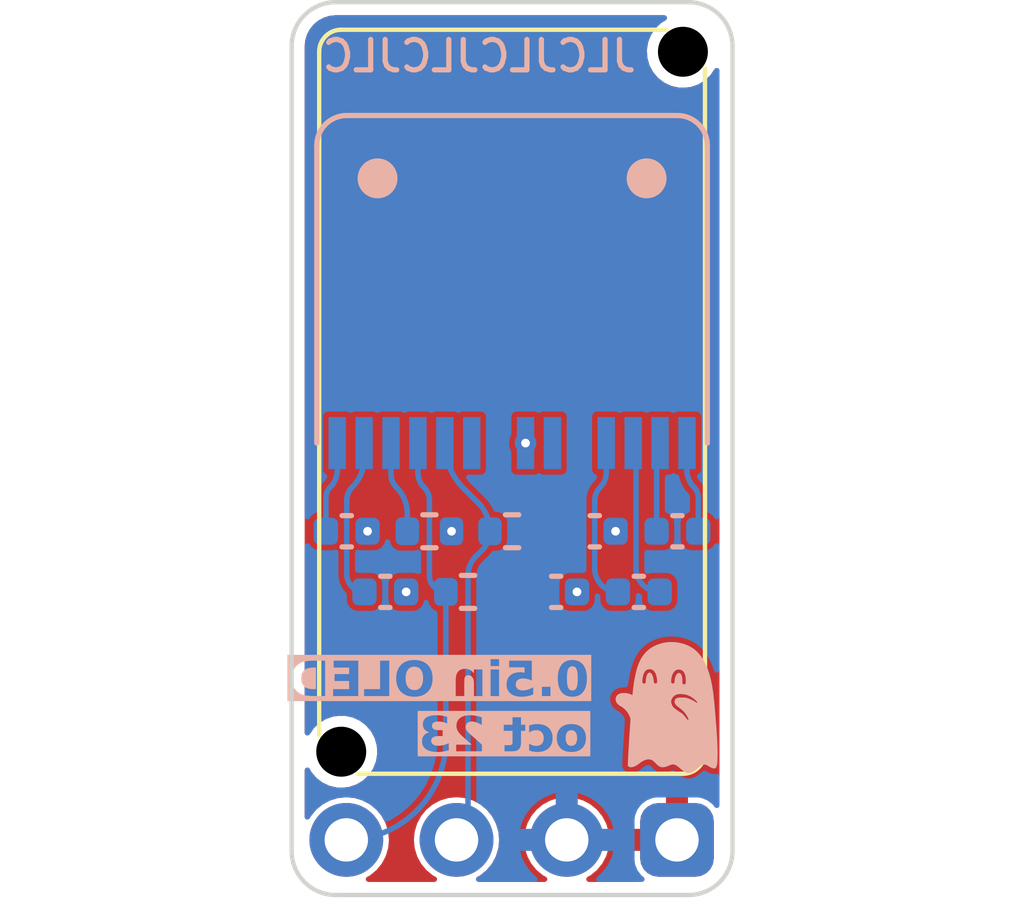
<source format=kicad_pcb>
(kicad_pcb (version 20221018) (generator pcbnew)
  (layers (0 "F.Cu" signal) (31 "B.Cu" signal) (34 "B.Paste" user) (35 "F.Paste" user) (36 "B.SilkS" user "B.Silkscreen") (37 "F.SilkS" user "F.Silkscreen") (38 "B.Mask" user) (39 "F.Mask" user) (44 "Edge.Cuts" user))
  (net 0 "")
  (net 1 "Net-(U1-C2N)")
  (net 2 "Net-(U1-C2P)")
  (net 3 "Net-(U1-C1N)")
  (net 4 "Net-(U1-C1P)")
  (net 5 "+3.3V")
  (net 6 "GND")
  (net 7 "Net-(U1-VPP)")
  (net 8 "Net-(U1-VCOMH)")
  (net 9 "SCL")
  (net 10 "SDA")
  (net 11 "Net-(U1-IREF)")
  (footprint "Pale Slim Ghost:hole JLCPCB tooling" (layer "F.Cu") (at 135.382 44.323)
    (fp_text reference "H2" hide)
    (fp_text value "hole JLCPCB tooling")
  )
  (footprint "Pale Slim Ghost:hole JLCPCB tooling" (layer "F.Cu") (at 127.508 60.452)
    (fp_text reference "H1" hide)
    (fp_text value "hole JLCPCB tooling")
  )
  (footprint "Capacitor_SMD:C_0402_1005Metric" (layer "B.Cu") (at 128.524 56.769)
    (fp_text reference "C5" hide)
    (fp_text value "4.7μ" hide)
  )
  (footprint "Capacitor_SMD:C_0402_1005Metric" (layer "B.Cu") (at 133.35 55.372)
    (fp_text reference "C6" hide)
    (fp_text value "4.7μ" hide)
  )
  (footprint "Capacitor_SMD:C_0402_1005Metric" (layer "B.Cu") (at 134.366 56.769)
    (fp_text reference "C2" hide)
    (fp_text value "220nF" hide)
  )
  (footprint "Connector_PinHeader_2.54mm:PinHeader_1x04_P2.54mm_Vertical" (layer "B.Cu") (at 135.245 62.484 90)
    (fp_text reference "J1" hide)
    (fp_text value "Conn_01x04" hide)
  )
  (footprint "Capacitor_SMD:C_0402_1005Metric" (layer "B.Cu") (at 135.255 55.372)
    (fp_text reference "C1" hide)
    (fp_text value "220nF" hide)
  )
  (footprint "Resistor_SMD:R_0402_1005Metric" (layer "B.Cu") (at 131.445 55.372 180)
    (fp_text reference "R2" hide)
    (fp_text value "4.7k" hide)
  )
  (footprint "Resistor_SMD:R_0402_1005Metric" (layer "B.Cu") (at 130.429 56.769 180)
    (fp_text reference "R3" hide)
    (fp_text value "4.7k" hide)
  )
  (footprint "Pale Slim Ghost:ER-OLED0.50-1" (layer "B.Cu") (at 131.445 53.34 180)
    (fp_text reference "U1" hide)
    (fp_text value "~" hide)
  )
  (footprint "Resistor_SMD:R_0402_1005Metric" (layer "B.Cu") (at 129.54 55.372 180)
    (fp_text reference "R1" hide)
    (fp_text value "310r" hide)
  )
  (footprint "Capacitor_SMD:C_0402_1005Metric" (layer "B.Cu") (at 127.635 55.372)
    (fp_text reference "C4" hide)
    (fp_text value "4.7μ" hide)
  )
  (footprint "Capacitor_SMD:C_0402_1005Metric" (layer "B.Cu") (at 132.461 56.769)
    (fp_text reference "C3" hide)
    (fp_text value "4.7μ" hide)
  )
  (gr_poly (pts (xy 135.053437 57.946913) (xy 134.97531 57.956138) (xy 134.936663 57.963316) (xy 134.89841 57.972212) (xy 134.860638 57.982831) (xy 134.823435 57.995179) (xy 134.786887 58.009262) (xy 134.751083 58.025086) (xy 134.716109 58.042656) (xy 134.682053 58.061978) (xy 134.649001 58.083058) (xy 134.617042 58.105901) (xy 134.578141 58.137761) (xy 134.542503 58.171894) (xy 134.509948 58.208127) (xy 134.480293 58.246289) (xy 134.453358 58.286206) (xy 134.428961 58.327705) (xy 134.406921 58.370616) (xy 134.387058 58.414764) (xy 134.369189 58.459978) (xy 134.353134 58.506085) (xy 134.338711 58.552912) (xy 134.325739 58.600288) (xy 134.314037 58.648039) (xy 134.303424 58.695993) (xy 134.284738 58.79182) (xy 134.277002 58.83671) (xy 134.27003 58.881736) (xy 134.263716 58.926872) (xy 134.257949 58.972091) (xy 134.247624 59.062669) (xy 134.238185 59.153254) (xy 134.23724 59.162169) (xy 134.23641 59.16951) (xy 134.235686 59.175413) (xy 134.235063 59.180018) (xy 134.234531 59.183462) (xy 134.234085 59.185884) (xy 134.233716 59.18742) (xy 134.233559 59.187899) (xy 134.233418 59.188209) (xy 134.233292 59.188366) (xy 134.233182 59.188389) (xy 134.233085 59.188293) (xy 134.233001 59.188097) (xy 134.232869 59.187472) (xy 134.232777 59.186651) (xy 134.232668 59.184171) (xy 134.229161 59.181106) (xy 134.218519 59.173084) (xy 134.210466 59.167764) (xy 134.200561 59.161865) (xy 134.188782 59.155605) (xy 134.175107 59.149206) (xy 134.159512 59.142887) (xy 134.141974 59.136867) (xy 134.122473 59.131368) (xy 134.100983 59.126608) (xy 134.077484 59.122807) (xy 134.051953 59.120186) (xy 134.024366 59.118964) (xy 133.994702 59.119361) (xy 133.979737 59.120475) (xy 133.965559 59.122508) (xy 133.952174 59.125411) (xy 133.93959 59.129138) (xy 133.927815 59.133643) (xy 133.916857 59.138877) (xy 133.906723 59.144795) (xy 133.897421 59.151349) (xy 133.888958 59.158492) (xy 133.881342 59.166177) (xy 133.874581 59.174358) (xy 133.868682 59.182988) (xy 133.863653 59.192019) (xy 133.859501 59.201405) (xy 133.856234 59.211098) (xy 133.853861 59.221053) (xy 133.852387 59.231221) (xy 133.851822 59.241556) (xy 133.852172 59.252011) (xy 133.853445 59.262539) (xy 133.855649 59.273093) (xy 133.858792 59.283626) (xy 133.86288 59.294092) (xy 133.867922 59.304443) (xy 133.873926 59.314632) (xy 133.880898 59.324612) (xy 133.888847 59.334338) (xy 133.89778 59.34376) (xy 133.907705 59.352834) (xy 133.918629 59.361511) (xy 133.93056 59.369745) (xy 133.943505 59.377488) (xy 133.967435 59.391584) (xy 133.990497 59.406754) (xy 134.012641 59.422945) (xy 134.033816 59.440103) (xy 134.053973 59.458172) (xy 134.073061 59.4771) (xy 134.09103 59.496831) (xy 134.10783 59.517312) (xy 134.123411 59.538489) (xy 134.137723 59.560307) (xy 134.150716 59.582713) (xy 134.162339 59.605652) (xy 134.172542 59.62907) (xy 134.181275 59.652912) (xy 134.188489 59.677126) (xy 134.194132 59.701656) (xy 134.16883 60.078695) (xy 134.147871 60.420387) (xy 134.134911 60.669612) (xy 134.132574 60.741699) (xy 134.132641 60.761488) (xy 134.133608 60.76925) (xy 134.138764 60.773971) (xy 134.144231 60.778024) (xy 134.149986 60.781436) (xy 134.156009 60.784233) (xy 134.162277 60.786443) (xy 134.168769 60.788091) (xy 134.175464 60.789206) (xy 134.182339 60.789812) (xy 134.189373 60.789938) (xy 134.196545 60.789609) (xy 134.203832 60.788853) (xy 134.211214 60.787696) (xy 134.218667 60.786165) (xy 134.226172 60.784286) (xy 134.241246 60.779593) (xy 134.256263 60.773831) (xy 134.271049 60.767214) (xy 134.285432 60.759954) (xy 134.299237 60.752267) (xy 134.312292 60.744364) (xy 134.324424 60.736461) (xy 134.335458 60.72877) (xy 134.345222 60.721506) (xy 134.374952 60.698982) (xy 134.407753 60.67583) (xy 134.425203 60.664538) (xy 134.443297 60.653712) (xy 134.461995 60.643561) (xy 134.481256 60.634292) (xy 134.501038 60.626113) (xy 134.5213 60.619233) (xy 134.542001 60.613858) (xy 134.552504 60.6118) (xy 134.563101 60.610197) (xy 134.573787 60.609074) (xy 134.584557 60.608458) (xy 134.595406 60.608374) (xy 134.606329 60.608848) (xy 134.617321 60.609907) (xy 134.628376 60.611576) (xy 134.63949 60.613882) (xy 134.650657 60.61685) (xy 134.660712 60.620217) (xy 134.670388 60.62422) (xy 134.679713 60.62881) (xy 134.688717 60.633934) (xy 134.697429 60.639543) (xy 134.705877 60.645586) (xy 134.71409 60.652013) (xy 134.722097 60.658773) (xy 134.73761 60.673091) (xy 134.752645 60.688135) (xy 134.782211 60.718787) (xy 134.797204 60.733587) (xy 134.812644 60.747497) (xy 134.820604 60.753992) (xy 134.828763 60.760113) (xy 134.83715 60.76581) (xy 134.845793 60.771032) (xy 134.854721 60.775728) (xy 134.863964 60.779849) (xy 134.87355 60.783343) (xy 134.883507 60.78616) (xy 134.893866 60.78825) (xy 134.904654 60.789562) (xy 134.915901 60.790045) (xy 134.927636 60.789649) (xy 134.940098 60.788459) (xy 134.952121 60.786722) (xy 134.963735 60.784494) (xy 134.974971 60.781833) (xy 134.985859 60.778797) (xy 134.996429 60.775442) (xy 135.016735 60.768007) (xy 135.054861 60.75184) (xy 135.073164 60.744026) (xy 135.091283 60.737004) (xy 135.109458 60.731231) (xy 135.118643 60.728957) (xy 135.127933 60.727168) (xy 135.137358 60.72592) (xy 135.146948 60.725272) (xy 135.156734 60.72528) (xy 135.166745 60.726003) (xy 135.177013 60.727496) (xy 135.187566 60.729819) (xy 135.198437 60.733027) (xy 135.209653 60.737179) (xy 135.221247 60.742332) (xy 135.233247 60.748543) (xy 135.245685 60.755869) (xy 135.25859 60.764368) (xy 135.281944 60.78141) (xy 135.304265 60.799104) (xy 135.346648 60.834797) (xy 135.367127 60.851973) (xy 135.387411 60.868152) (xy 135.407707 60.882922) (xy 135.428225 60.895872) (xy 135.438632 60.901536) (xy 135.449173 60.90659) (xy 135.459874 60.910983) (xy 135.470761 60.914663) (xy 135.48186 60.91758) (xy 135.493198 60.91968) (xy 135.504799 60.920914) (xy 135.516692 60.921229) (xy 135.528901 60.920574) (xy 135.541452 60.918897) (xy 135.554373 60.916148) (xy 135.567688 60.912274) (xy 135.581425 60.907224) (xy 135.595608 60.900946) (xy 135.610265 60.893389) (xy 135.625422 60.884502) (xy 135.635094 60.878256) (xy 135.644482 60.871733) (xy 135.662508 60.858006) (xy 135.679702 60.843624) (xy 135.696266 60.828889) (xy 135.728317 60.799568) (xy 135.744208 60.785588) (xy 135.76028 60.772464) (xy 135.776735 60.7605) (xy 135.78517 60.755046) (xy 135.793776 60.749996) (xy 135.802579 60.745387) (xy 135.811605 60.741257) (xy 135.820879 60.737643) (xy 135.830425 60.734584) (xy 135.84027 60.732117) (xy 135.850439 60.730279) (xy 135.860956 60.72911) (xy 135.871848 60.728646) (xy 135.883139 60.728926) (xy 135.894856 60.729986) (xy 135.907023 60.731866) (xy 135.919665 60.734602) (xy 135.923652 60.735808) (xy 135.92814 60.737556) (xy 135.938488 60.742486) (xy 135.950434 60.749014) (xy 135.963708 60.75676) (xy 135.993148 60.774387) (xy 136.008769 60.783508) (xy 136.024628 60.792328) (xy 136.040453 60.800467) (xy 136.055971 60.807545) (xy 136.07091 60.813183) (xy 136.078078 60.815343) (xy 136.084998 60.817001) (xy 136.091638 60.818109) (xy 136.097962 60.818619) (xy 136.103938 60.818484) (xy 136.10953 60.817657) (xy 136.114706 60.81609) (xy 136.11943 60.813736) (xy 136.123669 60.810547) (xy 136.127389 60.806476) (xy 136.13783 60.785503) (xy 136.146202 60.753116) (xy 136.152596 60.709935) (xy 136.157103 60.656574) (xy 136.160811 60.521787) (xy 136.158048 60.353692) (xy 136.149532 60.157226) (xy 136.135984 59.937328) (xy 136.096671 59.446981) (xy 136.083923 59.310519) (xy 135.741319 59.310519) (xy 135.699239 59.355598) (xy 135.694178 59.350533) (xy 135.688249 59.34516) (xy 135.681504 59.339519) (xy 135.673993 59.333654) (xy 135.665769 59.327606) (xy 135.656884 59.321416) (xy 135.637335 59.308781) (xy 135.61576 59.296084) (xy 135.592572 59.283659) (xy 135.580503 59.277653) (xy 135.568186 59.271841) (xy 135.555672 59.266265) (xy 135.543014 59.260966) (xy 135.499746 59.243507) (xy 135.490244 59.240077) (xy 135.480761 59.236999) (xy 135.471044 59.234263) (xy 135.46084 59.23186) (xy 135.449896 59.229778) (xy 135.437958 59.228008) (xy 135.424773 59.226538) (xy 135.410088 59.225359) (xy 135.393649 59.22446) (xy 135.375203 59.223831) (xy 135.331278 59.22334) (xy 135.319404 59.223529) (xy 135.308326 59.224082) (xy 135.298015 59.224979) (xy 135.288445 59.226201) (xy 135.279587 59.227726) (xy 135.271415 59.229535) (xy 135.263901 59.231608) (xy 135.257018 59.233925) (xy 135.250737 59.236466) (xy 135.245033 59.239211) (xy 135.239876 59.242139) (xy 135.235241 59.245231) (xy 135.231099 59.248466) (xy 135.227423 59.251825) (xy 135.224186 59.255287) (xy 135.221359 59.258832) (xy 135.218917 59.262441) (xy 135.216831 59.266093) (xy 135.215074 59.269768) (xy 135.213618 59.273446) (xy 135.212436 59.277107) (xy 135.211501 59.280731) (xy 135.210785 59.284298) (xy 135.210261 59.287788) (xy 135.209679 59.294456) (xy 135.209535 59.300574) (xy 135.209683 59.310519) (xy 135.209773 59.312598) (xy 135.210039 59.31478) (xy 135.210476 59.317059) (xy 135.211076 59.319427) (xy 135.212741 59.3244) (xy 135.214983 59.329642) (xy 135.217751 59.335095) (xy 135.220993 59.3407) (xy 135.224658 59.346398) (xy 135.228695 59.352133) (xy 135.233052 59.357844) (xy 135.237678 59.363474) (xy 135.242522 59.368965) (xy 135.247532 59.374259) (xy 135.252657 59.379296) (xy 135.257846 59.384019) (xy 135.263048 59.388369) (xy 135.26821 59.392288) (xy 135.287737 59.406284) (xy 135.297589 59.413462) (xy 135.308231 59.421412) (xy 135.320209 59.430625) (xy 135.334072 59.441592) (xy 135.350366 59.454801) (xy 135.369639 59.470745) (xy 135.379831 59.479475) (xy 135.389474 59.488182) (xy 135.398593 59.496847) (xy 135.407211 59.50545) (xy 135.415351 59.513974) (xy 135.423037 59.522399) (xy 135.430292 59.530708) (xy 135.43714 59.538881) (xy 135.443602 59.546901) (xy 135.449704 59.554748) (xy 135.460919 59.56985) (xy 135.470969 59.58404) (xy 135.480043 59.597169) (xy 135.485991 59.606309) (xy 135.492308 59.616998) (xy 135.498993 59.629236) (xy 135.506046 59.643022) (xy 135.513468 59.658357) (xy 135.521257 59.67524) (xy 135.529415 59.693673) (xy 135.537941 59.713654) (xy 135.485577 59.747128) (xy 135.451241 59.703289) (xy 135.415595 59.658122) (xy 135.402787 59.642128) (xy 135.391192 59.628224) (xy 135.385664 59.621915) (xy 135.380216 59.615963) (xy 135.374773 59.610309) (xy 135.369263 59.604899) (xy 135.363609 59.599677) (xy 135.357738 59.594588) (xy 135.351575 59.589575) (xy 135.345046 59.584582) (xy 135.338077 59.579555) (xy 135.330593 59.574437) (xy 135.322521 59.569172) (xy 135.313784 59.563706) (xy 135.295046 59.552003) (xy 135.275437 59.539348) (xy 135.25531 59.525904) (xy 135.235017 59.511834) (xy 135.214908 59.4973) (xy 135.195337 59.482466) (xy 135.176655 59.467493) (xy 135.159214 59.452546) (xy 135.155096 59.448714) (xy 135.151095 59.444669) (xy 135.143446 59.436) (xy 135.136274 59.426658) (xy 135.129588 59.416761) (xy 135.123394 59.406429) (xy 135.117699 59.395781) (xy 135.112512 59.384936) (xy 135.10784 59.374013) (xy 135.103689 59.363131) (xy 135.100068 59.35241) (xy 135.096983 59.341968) (xy 135.094443 59.331925) (xy 135.092454 59.3224) (xy 135.091025 59.313512) (xy 135.090161 59.30538) (xy 135.089872 59.298123) (xy 135.090154 59.29096) (xy 135.091014 59.283087) (xy 135.092471 59.274586) (xy 135.094545 59.265544) (xy 135.097255 59.256043) (xy 135.100623 59.246169) (xy 135.104666 59.236006) (xy 135.109406 59.225638) (xy 135.114862 59.215149) (xy 135.121053 59.204624) (xy 135.128 59.194147) (xy 135.135722 59.183802) (xy 135.144239 59.173674) (xy 135.15357 59.163848) (xy 135.163737 59.154406) (xy 135.169139 59.149856) (xy 135.174757 59.145434) (xy 135.183902 59.138929) (xy 135.193257 59.133107) (xy 135.202763 59.127932) (xy 135.212363 59.123367) (xy 135.221999 59.119377) (xy 135.231612 59.115924) (xy 135.241145 59.112973) (xy 135.250541 59.110487) (xy 135.25974 59.10843) (xy 135.268685 59.106765) (xy 135.277319 59.105456) (xy 135.285583 59.104466) (xy 135.29342 59.10376) (xy 135.300771 59.1033) (xy 135.313784 59.102976) (xy 135.335173 59.10323) (xy 135.355142 59.103973) (xy 135.373794 59.105176) (xy 135.391232 59.106813) (xy 135.407558 59.108856) (xy 135.422874 59.111276) (xy 135.437283 59.114047) (xy 135.450887 59.117139) (xy 135.463788 59.120526) (xy 135.476088 59.124179) (xy 135.487891 59.12807) (xy 135.499298 59.132173) (xy 135.521333 59.1409) (xy 135.543014 59.150136) (xy 135.554346 59.155476) (xy 135.566472 59.161998) (xy 135.579253 59.169583) (xy 135.592548 59.178112) (xy 135.606217 59.187465) (xy 135.620122 59.197522) (xy 135.634122 59.208163) (xy 135.648076 59.21927) (xy 135.661847 59.230722) (xy 135.675292 59.242401) (xy 135.688273 59.254185) (xy 135.70065 59.265957) (xy 135.712283 59.277595) (xy 135.723032 59.288982) (xy 135.732757 59.299996) (xy 135.741319 59.310519) (xy 136.083923 59.310519) (xy 136.082231 59.292412) (xy 136.064259 59.131737) (xy 136.053202 59.050125) (xy 136.040367 58.968203) (xy 136.025455 58.886379) (xy 136.011575 58.821082) (xy 135.468034 58.821082) (xy 135.467498 58.843335) (xy 135.466309 58.865576) (xy 135.466025 58.868627) (xy 135.465592 58.871628) (xy 135.465014 58.874575) (xy 135.464294 58.877465) (xy 135.463436 58.880294) (xy 135.462445 58.883058) (xy 135.461325 58.885755) (xy 135.460079 58.88838) (xy 135.458712 58.890931) (xy 135.457227 58.893403) (xy 135.455629 58.895794) (xy 135.453921 58.8981) (xy 135.452108 58.900316) (xy 135.450193 58.902441) (xy 135.448181 58.90447) (xy 135.446075 58.9064) (xy 135.443879 58.908227) (xy 135.441598 58.909949) (xy 135.439235 58.91156) (xy 135.436794 58.913059) (xy 135.43428 58.914441) (xy 135.431696 58.915703) (xy 135.429046 58.916842) (xy 135.426335 58.917853) (xy 135.423566 58.918735) (xy 135.420743 58.919482) (xy 135.41787 58.920092) (xy 135.414952 58.920561) (xy 135.411992 58.920886) (xy 135.408994 58.921063) (xy 135.405962 58.921088) (xy 135.4029 58.920959) (xy 135.399849 58.920675) (xy 135.396848 58.920242) (xy 135.393901 58.919663) (xy 135.391011 58.918943) (xy 135.388183 58.918086) (xy 135.385418 58.917095) (xy 135.382721 58.915975) (xy 135.380096 58.914729) (xy 135.377545 58.913362) (xy 135.375073 58.911877) (xy 135.372682 58.910279) (xy 135.370377 58.908571) (xy 135.36816 58.906758) (xy 135.366035 58.904843) (xy 135.364006 58.902831) (xy 135.362076 58.900725) (xy 135.360249 58.898529) (xy 135.358528 58.896248) (xy 135.356916 58.893885) (xy 135.355418 58.891444) (xy 135.354035 58.88893) (xy 135.352773 58.886346) (xy 135.351635 58.883696) (xy 135.350623 58.880985) (xy 135.349742 58.878216) (xy 135.348994 58.875393) (xy 135.348384 58.87252) (xy 135.347915 58.869602) (xy 135.347591 58.866642) (xy 135.347414 58.863644) (xy 135.347388 58.860612) (xy 135.347517 58.85755) (xy 135.348578 58.83725) (xy 135.348986 58.817604) (xy 135.348753 58.798695) (xy 135.347892 58.780606) (xy 135.346416 58.76342) (xy 135.345451 58.755192) (xy 135.344336 58.747221) (xy 135.343075 58.739517) (xy 135.341667 58.732091) (xy 135.340114 58.724954) (xy 135.338419 58.718115) (xy 135.336582 58.711584) (xy 135.334606 58.705374) (xy 135.332491 58.699493) (xy 135.33024 58.693952) (xy 135.327854 58.688762) (xy 135.325334 58.683932) (xy 135.322683 58.679474) (xy 135.319901 58.675398) (xy 135.31699 58.671714) (xy 135.313952 58.668432) (xy 135.310788 58.665564) (xy 135.307501 58.663118) (xy 135.304091 58.661107) (xy 135.30056 58.659539) (xy 135.296909 58.658426) (xy 135.293141 58.657778) (xy 135.289195 58.657635) (xy 135.285255 58.658046) (xy 135.281329 58.658994) (xy 135.277425 58.66046) (xy 135.273551 58.662427) (xy 135.269714 58.664879) (xy 135.265922 58.667797) (xy 135.262183 58.671165) (xy 135.254896 58.679178) (xy 135.247915 58.688779) (xy 135.241302 58.699829) (xy 135.23512 58.71219) (xy 135.229432 58.725721) (xy 135.224299 58.740283) (xy 135.219784 58.755738) (xy 135.21595 58.771946) (xy 135.21286 58.788768) (xy 135.210575 58.806065) (xy 135.209158 58.823698) (xy 135.208672 58.841527) (xy 135.208594 58.84459) (xy 135.208364 58.847614) (xy 135.207986 58.850593) (xy 135.207462 58.853525) (xy 135.206798 58.856405) (xy 135.205995 58.85923) (xy 135.205059 58.861996) (xy 135.203994 58.864699) (xy 135.202801 58.867336) (xy 135.201487 58.869903) (xy 135.200053 58.872396) (xy 135.198505 58.874811) (xy 135.196845 58.877145) (xy 135.195078 58.879394) (xy 135.193207 58.881554) (xy 135.191235 58.883622) (xy 135.189168 58.885593) (xy 135.187008 58.887464) (xy 135.184759 58.889231) (xy 135.182425 58.890891) (xy 135.18001 58.89244) (xy 135.177517 58.893873) (xy 135.17495 58.895188) (xy 135.172313 58.89638) (xy 135.169609 58.897446) (xy 135.166843 58.898382) (xy 135.164018 58.899184) (xy 135.161138 58.899849) (xy 135.158207 58.900372) (xy 135.155227 58.900751) (xy 135.152204 58.900981) (xy 135.149141 58.901058) (xy 135.146077 58.900981) (xy 135.143054 58.900751) (xy 135.140075 58.900372) (xy 135.137143 58.899849) (xy 135.134263 58.899184) (xy 135.131438 58.898382) (xy 135.128672 58.897446) (xy 135.125968 58.89638) (xy 135.123331 58.895188) (xy 135.120764 58.893873) (xy 135.118271 58.89244) (xy 135.115856 58.890891) (xy 135.113522 58.889231) (xy 135.111273 58.887464) (xy 135.109113 58.885593) (xy 135.107046 58.883622) (xy 135.105074 58.881554) (xy 135.103203 58.879394) (xy 135.101436 58.877145) (xy 135.099776 58.874811) (xy 135.098228 58.872396) (xy 135.096794 58.869903) (xy 135.09548 58.867336) (xy 135.094287 58.864699) (xy 135.093222 58.861996) (xy 135.092286 58.85923) (xy 135.091483 58.856405) (xy 135.090819 58.853525) (xy 135.090295 58.850593) (xy 135.089917 58.847614) (xy 135.089687 58.84459) (xy 135.089609 58.841527) (xy 135.089651 58.840059) (xy 134.809405 58.840059) (xy 134.809346 58.84309) (xy 134.809136 58.846086) (xy 134.808778 58.849043) (xy 134.808277 58.851956) (xy 134.807635 58.854821) (xy 134.806856 58.857636) (xy 134.805945 58.860395) (xy 134.804903 58.863095) (xy 134.803735 58.865732) (xy 134.802444 58.868302) (xy 134.801034 58.8708) (xy 134.799509 58.873224) (xy 134.797871 58.875569) (xy 134.796124 58.877831) (xy 134.794273 58.880006) (xy 134.79232 58.882091) (xy 134.790269 58.884081) (xy 134.788123 58.885972) (xy 134.785886 58.887761) (xy 134.783562 58.889443) (xy 134.781154 58.891014) (xy 134.778665 58.892471) (xy 134.776099 58.89381) (xy 134.77346 58.895027) (xy 134.770751 58.896117) (xy 134.767976 58.897077) (xy 134.765138 58.897903) (xy 134.76224 58.898591) (xy 134.759287 58.899137) (xy 134.756282 58.899537) (xy 134.753227 58.899787) (xy 134.750164 58.899882) (xy 134.747133 58.899823) (xy 134.744137 58.899613) (xy 134.741181 58.899255) (xy 134.738268 58.898754) (xy 134.735402 58.898112) (xy 134.732587 58.897333) (xy 134.729828 58.896421) (xy 134.727128 58.89538) (xy 134.724491 58.894212) (xy 134.721922 58.892921) (xy 134.719423 58.891511) (xy 134.716999 58.889985) (xy 134.714654 58.888348) (xy 134.712392 58.886601) (xy 134.710217 58.88475) (xy 134.708132 58.882797) (xy 134.706142 58.880745) (xy 134.704251 58.8786) (xy 134.702463 58.876363) (xy 134.700781 58.874039) (xy 134.699209 58.87163) (xy 134.697752 58.869142) (xy 134.696413 58.866576) (xy 134.695196 58.863937) (xy 134.694106 58.861228) (xy 134.693146 58.858453) (xy 134.69232 58.855614) (xy 134.691632 58.852717) (xy 134.691086 58.849764) (xy 134.690686 58.846758) (xy 134.690436 58.843704) (xy 134.689759 58.833234) (xy 134.688921 58.822948) (xy 134.687927 58.812856) (xy 134.686781 58.802969) (xy 134.685486 58.793296) (xy 134.684047 58.783847) (xy 134.682468 58.774632) (xy 134.680753 58.765661) (xy 134.678905 58.756945) (xy 134.676929 58.748493) (xy 134.674828 58.740315) (xy 134.672608 58.732421) (xy 134.670271 58.724821) (xy 134.667822 58.717526) (xy 134.665265 58.710544) (xy 134.662603 58.703887) (xy 134.659841 58.697564) (xy 134.656984 58.691584) (xy 134.654033 58.685959) (xy 134.650995 58.680698) (xy 134.647873 58.675812) (xy 134.64467 58.671309) (xy 134.641392 58.6672) (xy 134.638041 58.663495) (xy 134.634622 58.660205) (xy 134.631139 58.657338) (xy 134.627596 58.654906) (xy 134.623996 58.652917) (xy 134.620345 58.651383) (xy 134.616645 58.650312) (xy 134.612902 58.649716) (xy 134.609118 58.649603) (xy 134.605898 58.650023) (xy 134.602701 58.651043) (xy 134.599533 58.652637) (xy 134.596399 58.654782) (xy 134.593305 58.657455) (xy 134.590257 58.66063) (xy 134.584323 58.668395) (xy 134.578642 58.677884) (xy 134.57326 58.688906) (xy 134.568223 58.701269) (xy 134.563578 58.714781) (xy 134.55937 58.729251) (xy 134.555647 58.744486) (xy 134.552453 58.760294) (xy 134.549835 58.776485) (xy 134.547839 58.792866) (xy 134.546511 58.809245) (xy 134.545898 58.825431) (xy 134.546045 58.841231) (xy 134.546075 58.844295) (xy 134.54595 58.847324) (xy 134.545676 58.850315) (xy 134.545255 58.853263) (xy 134.544691 58.856165) (xy 134.543988 58.859016) (xy 134.543149 58.861813) (xy 134.542178 58.864552) (xy 134.541079 58.867229) (xy 134.539855 58.86984) (xy 134.538509 58.872382) (xy 134.537046 58.87485) (xy 134.535469 58.87724) (xy 134.533781 58.879549) (xy 134.531986 58.881773) (xy 134.530088 58.883909) (xy 134.528091 58.885951) (xy 134.525998 58.887896) (xy 134.523812 58.889741) (xy 134.521537 58.891481) (xy 134.519177 58.893113) (xy 134.516736 58.894632) (xy 134.514216 58.896036) (xy 134.511623 58.897319) (xy 134.508958 58.898479) (xy 134.506226 58.899511) (xy 134.503431 58.900411) (xy 134.500576 58.901176) (xy 134.497664 58.901801) (xy 134.4947 58.902284) (xy 134.491687 58.902619) (xy 134.488628 58.902803) (xy 134.485563 58.902833) (xy 134.482534 58.902709) (xy 134.479543 58.902434) (xy 134.476595 58.902013) (xy 134.473694 58.901449) (xy 134.470842 58.900746) (xy 134.468045 58.899907) (xy 134.465306 58.898937) (xy 134.462629 58.897837) (xy 134.460018 58.896613) (xy 134.457477 58.895267) (xy 134.455009 58.893804) (xy 134.452618 58.892227) (xy 134.450309 58.890539) (xy 134.448085 58.888745) (xy 134.44595 58.886847) (xy 134.443908 58.884849) (xy 134.441962 58.882756) (xy 134.440118 58.88057) (xy 134.438377 58.878295) (xy 134.436746 58.875935) (xy 134.435226 58.873494) (xy 134.433823 58.870975) (xy 134.432539 58.868381) (xy 134.43138 58.865716) (xy 134.430348 58.862985) (xy 134.429447 58.860189) (xy 134.428682 58.857334) (xy 134.428057 58.854423) (xy 134.427575 58.851458) (xy 134.427239 58.848445) (xy 134.427055 58.845386) (xy 134.426909 58.828724) (xy 134.427563 58.810233) (xy 134.429019 58.790333) (xy 134.431279 58.769446) (xy 134.434344 58.747992) (xy 134.438218 58.726392) (xy 134.442903 58.705068) (xy 134.44555 58.69464) (xy 134.4484 58.684439) (xy 134.453629 58.66787) (xy 134.459403 58.652034) (xy 134.465737 58.636972) (xy 134.472643 58.622727) (xy 134.480135 58.60934) (xy 134.488226 58.596852) (xy 134.492499 58.590959) (xy 134.496928 58.585306) (xy 134.501513 58.579898) (xy 134.506255 58.574742) (xy 134.511158 58.569842) (xy 134.516221 58.565203) (xy 134.521447 58.560831) (xy 134.526838 58.55673) (xy 134.532395 58.552906) (xy 134.53812 58.549365) (xy 134.544015 58.546111) (xy 134.55008 58.543149) (xy 134.556318 58.540485) (xy 134.562731 58.538124) (xy 134.56932 58.536072) (xy 134.576087 58.534332) (xy 134.583032 58.532912) (xy 134.590159 58.531815) (xy 134.597469 58.531047) (xy 134.604963 58.530613) (xy 134.617661 58.530571) (xy 134.629887 58.531336) (xy 134.641649 58.532889) (xy 134.652953 58.535212) (xy 134.663805 58.538286) (xy 134.674211 58.542093) (xy 134.684178 58.546613) (xy 134.693712 58.551828) (xy 134.70282 58.557719) (xy 134.711508 58.564268) (xy 134.719782 58.571457) (xy 134.727649 58.579265) (xy 134.735115 58.587676) (xy 134.742187 58.596669) (xy 134.755173 58.616331) (xy 134.766657 58.638101) (xy 134.776692 58.661831) (xy 134.785327 58.687371) (xy 134.792615 58.714571) (xy 134.798606 58.743283) (xy 134.803351 58.773357) (xy 134.806902 58.804645) (xy 134.80931 58.836996) (xy 134.809405 58.840059) (xy 135.089651 58.840059) (xy 135.09046 58.811877) (xy 135.093011 58.782461) (xy 135.094924 58.767921) (xy 135.09726 58.753536) (xy 135.100021 58.739339) (xy 135.103205 58.72536) (xy 135.106812 58.711634) (xy 135.110842 58.698191) (xy 135.115295 58.685065) (xy 135.12017 58.672286) (xy 135.125467 58.659888) (xy 135.131186 58.647902) (xy 135.137326 58.636362) (xy 135.143887 58.625298) (xy 135.150869 58.614743) (xy 135.158272 58.604729) (xy 135.166095 58.595289) (xy 135.174338 58.586455) (xy 135.183 58.578258) (xy 135.192082 58.570732) (xy 135.201583 58.563908) (xy 135.211502 58.557818) (xy 135.22184 58.552495) (xy 135.232596 58.54797) (xy 135.24377 58.544277) (xy 135.255361 58.541447) (xy 135.26737 58.539512) (xy 135.279795 58.538504) (xy 135.292637 58.538456) (xy 135.305895 58.539401) (xy 135.313323 58.540358) (xy 135.320562 58.541607) (xy 135.327611 58.543142) (xy 135.334472 58.54496) (xy 135.341147 58.547056) (xy 135.347636 58.549425) (xy 135.353941 58.552064) (xy 135.360062 58.554968) (xy 135.366 58.558132) (xy 135.371758 58.561552) (xy 135.377335 58.565225) (xy 135.382734 58.569144) (xy 135.387954 58.573307) (xy 135.392998 58.577709) (xy 135.402559 58.587211) (xy 135.411426 58.597615) (xy 135.419607 58.608887) (xy 135.427112 58.620992) (xy 135.43395 58.633895) (xy 135.440128 58.647561) (xy 135.445657 58.661955) (xy 135.450544 58.677042) (xy 135.454799 58.692787) (xy 135.457123 58.702844) (xy 135.459205 58.713056) (xy 135.461051 58.723413) (xy 135.462666 58.733901) (xy 135.465231 58.755225) (xy 135.466949 58.776928) (xy 135.467866 58.798913) (xy 135.468034 58.821082) (xy 136.011575 58.821082) (xy 136.008168 58.805056) (xy 135.988208 58.724641) (xy 135.965276 58.645539) (xy 135.939074 58.568157) (xy 135.909304 58.4929) (xy 135.875667 58.420173) (xy 135.837865 58.350383) (xy 135.795599 58.283934) (xy 135.748572 58.221233) (xy 135.723339 58.192068) (xy 135.696579 58.164495) (xy 135.668381 58.138519) (xy 135.638831 58.114147) (xy 135.608016 58.091384) (xy 135.576025 58.070235) (xy 135.542944 58.050708) (xy 135.508861 58.032806) (xy 135.473862 58.016536) (xy 135.438036 58.001904) (xy 135.401469 57.988915) (xy 135.364248 57.977576) (xy 135.288196 57.959867) (xy 135.210578 57.948823) (xy 135.132092 57.94449)) (stroke (width 0.039687)) (fill solid) (layer "B.Cu"))
  (gr_poly (pts (xy 135.053437 57.946913) (xy 134.97531 57.956138) (xy 134.936663 57.963316) (xy 134.89841 57.972212) (xy 134.860638 57.982831) (xy 134.823435 57.995179) (xy 134.786887 58.009262) (xy 134.751083 58.025086) (xy 134.716109 58.042656) (xy 134.682053 58.061978) (xy 134.649001 58.083058) (xy 134.617042 58.105901) (xy 134.578141 58.137761) (xy 134.542503 58.171894) (xy 134.509948 58.208127) (xy 134.480293 58.246289) (xy 134.453358 58.286206) (xy 134.428961 58.327705) (xy 134.406921 58.370616) (xy 134.387058 58.414764) (xy 134.369189 58.459978) (xy 134.353134 58.506085) (xy 134.338711 58.552912) (xy 134.325739 58.600288) (xy 134.314037 58.648039) (xy 134.303424 58.695993) (xy 134.284738 58.79182) (xy 134.277002 58.83671) (xy 134.27003 58.881736) (xy 134.263716 58.926872) (xy 134.257949 58.972091) (xy 134.247624 59.062669) (xy 134.238185 59.153254) (xy 134.23724 59.162169) (xy 134.23641 59.16951) (xy 134.235686 59.175413) (xy 134.235063 59.180018) (xy 134.234531 59.183462) (xy 134.234085 59.185884) (xy 134.233716 59.18742) (xy 134.233559 59.187899) (xy 134.233418 59.188209) (xy 134.233292 59.188366) (xy 134.233182 59.188389) (xy 134.233085 59.188293) (xy 134.233001 59.188097) (xy 134.232869 59.187472) (xy 134.232777 59.186651) (xy 134.232668 59.184171) (xy 134.229161 59.181106) (xy 134.218519 59.173084) (xy 134.210466 59.167764) (xy 134.200561 59.161865) (xy 134.188782 59.155605) (xy 134.175107 59.149206) (xy 134.159512 59.142887) (xy 134.141974 59.136867) (xy 134.122473 59.131368) (xy 134.100983 59.126608) (xy 134.077484 59.122807) (xy 134.051953 59.120186) (xy 134.024366 59.118964) (xy 133.994702 59.119361) (xy 133.979737 59.120475) (xy 133.965559 59.122508) (xy 133.952174 59.125411) (xy 133.93959 59.129138) (xy 133.927815 59.133643) (xy 133.916857 59.138877) (xy 133.906723 59.144795) (xy 133.897421 59.151349) (xy 133.888958 59.158492) (xy 133.881342 59.166177) (xy 133.874581 59.174358) (xy 133.868682 59.182988) (xy 133.863653 59.192019) (xy 133.859501 59.201405) (xy 133.856234 59.211098) (xy 133.853861 59.221053) (xy 133.852387 59.231221) (xy 133.851822 59.241556) (xy 133.852172 59.252011) (xy 133.853445 59.262539) (xy 133.855649 59.273093) (xy 133.858792 59.283626) (xy 133.86288 59.294092) (xy 133.867922 59.304443) (xy 133.873926 59.314632) (xy 133.880898 59.324612) (xy 133.888847 59.334338) (xy 133.89778 59.34376) (xy 133.907705 59.352834) (xy 133.918629 59.361511) (xy 133.93056 59.369745) (xy 133.943505 59.377488) (xy 133.967435 59.391584) (xy 133.990497 59.406754) (xy 134.012641 59.422945) (xy 134.033816 59.440103) (xy 134.053973 59.458172) (xy 134.073061 59.4771) (xy 134.09103 59.496831) (xy 134.10783 59.517312) (xy 134.123411 59.538489) (xy 134.137723 59.560307) (xy 134.150716 59.582713) (xy 134.162339 59.605652) (xy 134.172542 59.62907) (xy 134.181275 59.652912) (xy 134.188489 59.677126) (xy 134.194132 59.701656) (xy 134.16883 60.078695) (xy 134.147871 60.420387) (xy 134.134911 60.669612) (xy 134.132574 60.741699) (xy 134.132641 60.761488) (xy 134.133608 60.76925) (xy 134.138764 60.773971) (xy 134.144231 60.778024) (xy 134.149986 60.781436) (xy 134.156009 60.784233) (xy 134.162277 60.786443) (xy 134.168769 60.788091) (xy 134.175464 60.789206) (xy 134.182339 60.789812) (xy 134.189373 60.789938) (xy 134.196545 60.789609) (xy 134.203832 60.788853) (xy 134.211214 60.787696) (xy 134.218667 60.786165) (xy 134.226172 60.784286) (xy 134.241246 60.779593) (xy 134.256263 60.773831) (xy 134.271049 60.767214) (xy 134.285432 60.759954) (xy 134.299237 60.752267) (xy 134.312292 60.744364) (xy 134.324424 60.736461) (xy 134.335458 60.72877) (xy 134.345222 60.721506) (xy 134.374952 60.698982) (xy 134.407753 60.67583) (xy 134.425203 60.664538) (xy 134.443297 60.653712) (xy 134.461995 60.643561) (xy 134.481256 60.634292) (xy 134.501038 60.626113) (xy 134.5213 60.619233) (xy 134.542001 60.613858) (xy 134.552504 60.6118) (xy 134.563101 60.610197) (xy 134.573787 60.609074) (xy 134.584557 60.608458) (xy 134.595406 60.608374) (xy 134.606329 60.608848) (xy 134.617321 60.609907) (xy 134.628376 60.611576) (xy 134.63949 60.613882) (xy 134.650657 60.61685) (xy 134.660712 60.620217) (xy 134.670388 60.62422) (xy 134.679713 60.62881) (xy 134.688717 60.633934) (xy 134.697429 60.639543) (xy 134.705877 60.645586) (xy 134.71409 60.652013) (xy 134.722097 60.658773) (xy 134.73761 60.673091) (xy 134.752645 60.688135) (xy 134.782211 60.718787) (xy 134.797204 60.733587) (xy 134.812644 60.747497) (xy 134.820604 60.753992) (xy 134.828763 60.760113) (xy 134.83715 60.76581) (xy 134.845793 60.771032) (xy 134.854721 60.775728) (xy 134.863964 60.779849) (xy 134.87355 60.783343) (xy 134.883507 60.78616) (xy 134.893866 60.78825) (xy 134.904654 60.789562) (xy 134.915901 60.790045) (xy 134.927636 60.789649) (xy 134.940098 60.788459) (xy 134.952121 60.786722) (xy 134.963735 60.784494) (xy 134.974971 60.781833) (xy 134.985859 60.778797) (xy 134.996429 60.775442) (xy 135.016735 60.768007) (xy 135.054861 60.75184) (xy 135.073164 60.744026) (xy 135.091283 60.737004) (xy 135.109458 60.731231) (xy 135.118643 60.728957) (xy 135.127933 60.727168) (xy 135.137358 60.72592) (xy 135.146948 60.725272) (xy 135.156734 60.72528) (xy 135.166745 60.726003) (xy 135.177013 60.727496) (xy 135.187566 60.729819) (xy 135.198437 60.733027) (xy 135.209653 60.737179) (xy 135.221247 60.742332) (xy 135.233247 60.748543) (xy 135.245685 60.755869) (xy 135.25859 60.764368) (xy 135.281944 60.78141) (xy 135.304265 60.799104) (xy 135.346648 60.834797) (xy 135.367127 60.851973) (xy 135.387411 60.868152) (xy 135.407707 60.882922) (xy 135.428225 60.895872) (xy 135.438632 60.901536) (xy 135.449173 60.90659) (xy 135.459874 60.910983) (xy 135.470761 60.914663) (xy 135.48186 60.91758) (xy 135.493198 60.91968) (xy 135.504799 60.920914) (xy 135.516692 60.921229) (xy 135.528901 60.920574) (xy 135.541452 60.918897) (xy 135.554373 60.916148) (xy 135.567688 60.912274) (xy 135.581425 60.907224) (xy 135.595608 60.900946) (xy 135.610265 60.893389) (xy 135.625422 60.884502) (xy 135.635094 60.878256) (xy 135.644482 60.871733) (xy 135.662508 60.858006) (xy 135.679702 60.843624) (xy 135.696266 60.828889) (xy 135.728317 60.799568) (xy 135.744208 60.785588) (xy 135.76028 60.772464) (xy 135.776735 60.7605) (xy 135.78517 60.755046) (xy 135.793776 60.749996) (xy 135.802579 60.745387) (xy 135.811605 60.741257) (xy 135.820879 60.737643) (xy 135.830425 60.734584) (xy 135.84027 60.732117) (xy 135.850439 60.730279) (xy 135.860956 60.72911) (xy 135.871848 60.728646) (xy 135.883139 60.728926) (xy 135.894856 60.729986) (xy 135.907023 60.731866) (xy 135.919665 60.734602) (xy 135.923652 60.735808) (xy 135.92814 60.737556) (xy 135.938488 60.742486) (xy 135.950434 60.749014) (xy 135.963708 60.75676) (xy 135.993148 60.774387) (xy 136.008769 60.783508) (xy 136.024628 60.792328) (xy 136.040453 60.800467) (xy 136.055971 60.807545) (xy 136.07091 60.813183) (xy 136.078078 60.815343) (xy 136.084998 60.817001) (xy 136.091638 60.818109) (xy 136.097962 60.818619) (xy 136.103938 60.818484) (xy 136.10953 60.817657) (xy 136.114706 60.81609) (xy 136.11943 60.813736) (xy 136.123669 60.810547) (xy 136.127389 60.806476) (xy 136.13783 60.785503) (xy 136.146202 60.753116) (xy 136.152596 60.709935) (xy 136.157103 60.656574) (xy 136.160811 60.521787) (xy 136.158048 60.353692) (xy 136.149532 60.157226) (xy 136.135984 59.937328) (xy 136.096671 59.446981) (xy 136.083923 59.310519) (xy 135.741319 59.310519) (xy 135.699239 59.355598) (xy 135.694178 59.350533) (xy 135.688249 59.34516) (xy 135.681504 59.339519) (xy 135.673993 59.333654) (xy 135.665769 59.327606) (xy 135.656884 59.321416) (xy 135.637335 59.308781) (xy 135.61576 59.296084) (xy 135.592572 59.283659) (xy 135.580503 59.277653) (xy 135.568186 59.271841) (xy 135.555672 59.266265) (xy 135.543014 59.260966) (xy 135.499746 59.243507) (xy 135.490244 59.240077) (xy 135.480761 59.236999) (xy 135.471044 59.234263) (xy 135.46084 59.23186) (xy 135.449896 59.229778) (xy 135.437958 59.228008) (xy 135.424773 59.226538) (xy 135.410088 59.225359) (xy 135.393649 59.22446) (xy 135.375203 59.223831) (xy 135.331278 59.22334) (xy 135.319404 59.223529) (xy 135.308326 59.224082) (xy 135.298015 59.224979) (xy 135.288445 59.226201) (xy 135.279587 59.227726) (xy 135.271415 59.229535) (xy 135.263901 59.231608) (xy 135.257018 59.233925) (xy 135.250737 59.236466) (xy 135.245033 59.239211) (xy 135.239876 59.242139) (xy 135.235241 59.245231) (xy 135.231099 59.248466) (xy 135.227423 59.251825) (xy 135.224186 59.255287) (xy 135.221359 59.258832) (xy 135.218917 59.262441) (xy 135.216831 59.266093) (xy 135.215074 59.269768) (xy 135.213618 59.273446) (xy 135.212436 59.277107) (xy 135.211501 59.280731) (xy 135.210785 59.284298) (xy 135.210261 59.287788) (xy 135.209679 59.294456) (xy 135.209535 59.300574) (xy 135.209683 59.310519) (xy 135.209773 59.312598) (xy 135.210039 59.31478) (xy 135.210476 59.317059) (xy 135.211076 59.319427) (xy 135.212741 59.3244) (xy 135.214983 59.329642) (xy 135.217751 59.335095) (xy 135.220993 59.3407) (xy 135.224658 59.346398) (xy 135.228695 59.352133) (xy 135.233052 59.357844) (xy 135.237678 59.363474) (xy 135.242522 59.368965) (xy 135.247532 59.374259) (xy 135.252657 59.379296) (xy 135.257846 59.384019) (xy 135.263048 59.388369) (xy 135.26821 59.392288) (xy 135.287737 59.406284) (xy 135.297589 59.413462) (xy 135.308231 59.421412) (xy 135.320209 59.430625) (xy 135.334072 59.441592) (xy 135.350366 59.454801) (xy 135.369639 59.470745) (xy 135.379831 59.479475) (xy 135.389474 59.488182) (xy 135.398593 59.496847) (xy 135.407211 59.50545) (xy 135.415351 59.513974) (xy 135.423037 59.522399) (xy 135.430292 59.530708) (xy 135.43714 59.538881) (xy 135.443602 59.546901) (xy 135.449704 59.554748) (xy 135.460919 59.56985) (xy 135.470969 59.58404) (xy 135.480043 59.597169) (xy 135.485991 59.606309) (xy 135.492308 59.616998) (xy 135.498993 59.629236) (xy 135.506046 59.643022) (xy 135.513468 59.658357) (xy 135.521257 59.67524) (xy 135.529415 59.693673) (xy 135.537941 59.713654) (xy 135.485577 59.747128) (xy 135.451241 59.703289) (xy 135.415595 59.658122) (xy 135.402787 59.642128) (xy 135.391192 59.628224) (xy 135.385664 59.621915) (xy 135.380216 59.615963) (xy 135.374773 59.610309) (xy 135.369263 59.604899) (xy 135.363609 59.599677) (xy 135.357738 59.594588) (xy 135.351575 59.589575) (xy 135.345046 59.584582) (xy 135.338077 59.579555) (xy 135.330593 59.574437) (xy 135.322521 59.569172) (xy 135.313784 59.563706) (xy 135.295046 59.552003) (xy 135.275437 59.539348) (xy 135.25531 59.525904) (xy 135.235017 59.511834) (xy 135.214908 59.4973) (xy 135.195337 59.482466) (xy 135.176655 59.467493) (xy 135.159214 59.452546) (xy 135.155096 59.448714) (xy 135.151095 59.444669) (xy 135.143446 59.436) (xy 135.136274 59.426658) (xy 135.129588 59.416761) (xy 135.123394 59.406429) (xy 135.117699 59.395781) (xy 135.112512 59.384936) (xy 135.10784 59.374013) (xy 135.103689 59.363131) (xy 135.100068 59.35241) (xy 135.096983 59.341968) (xy 135.094443 59.331925) (xy 135.092454 59.3224) (xy 135.091025 59.313512) (xy 135.090161 59.30538) (xy 135.089872 59.298123) (xy 135.090154 59.29096) (xy 135.091014 59.283087) (xy 135.092471 59.274586) (xy 135.094545 59.265544) (xy 135.097255 59.256043) (xy 135.100623 59.246169) (xy 135.104666 59.236006) (xy 135.109406 59.225638) (xy 135.114862 59.215149) (xy 135.121053 59.204624) (xy 135.128 59.194147) (xy 135.135722 59.183802) (xy 135.144239 59.173674) (xy 135.15357 59.163848) (xy 135.163737 59.154406) (xy 135.169139 59.149856) (xy 135.174757 59.145434) (xy 135.183902 59.138929) (xy 135.193257 59.133107) (xy 135.202763 59.127932) (xy 135.212363 59.123367) (xy 135.221999 59.119377) (xy 135.231612 59.115924) (xy 135.241145 59.112973) (xy 135.250541 59.110487) (xy 135.25974 59.10843) (xy 135.268685 59.106765) (xy 135.277319 59.105456) (xy 135.285583 59.104466) (xy 135.29342 59.10376) (xy 135.300771 59.1033) (xy 135.313784 59.102976) (xy 135.335173 59.10323) (xy 135.355142 59.103973) (xy 135.373794 59.105176) (xy 135.391232 59.106813) (xy 135.407558 59.108856) (xy 135.422874 59.111276) (xy 135.437283 59.114047) (xy 135.450887 59.117139) (xy 135.463788 59.120526) (xy 135.476088 59.124179) (xy 135.487891 59.12807) (xy 135.499298 59.132173) (xy 135.521333 59.1409) (xy 135.543014 59.150136) (xy 135.554346 59.155476) (xy 135.566472 59.161998) (xy 135.579253 59.169583) (xy 135.592548 59.178112) (xy 135.606217 59.187465) (xy 135.620122 59.197522) (xy 135.634122 59.208163) (xy 135.648076 59.21927) (xy 135.661847 59.230722) (xy 135.675292 59.242401) (xy 135.688273 59.254185) (xy 135.70065 59.265957) (xy 135.712283 59.277595) (xy 135.723032 59.288982) (xy 135.732757 59.299996) (xy 135.741319 59.310519) (xy 136.083923 59.310519) (xy 136.082231 59.292412) (xy 136.064259 59.131737) (xy 136.053202 59.050125) (xy 136.040367 58.968203) (xy 136.025455 58.886379) (xy 136.011575 58.821082) (xy 135.468034 58.821082) (xy 135.467498 58.843335) (xy 135.466309 58.865576) (xy 135.466025 58.868627) (xy 135.465592 58.871628) (xy 135.465014 58.874575) (xy 135.464294 58.877465) (xy 135.463436 58.880294) (xy 135.462445 58.883058) (xy 135.461325 58.885755) (xy 135.460079 58.88838) (xy 135.458712 58.890931) (xy 135.457227 58.893403) (xy 135.455629 58.895794) (xy 135.453921 58.8981) (xy 135.452108 58.900316) (xy 135.450193 58.902441) (xy 135.448181 58.90447) (xy 135.446075 58.9064) (xy 135.443879 58.908227) (xy 135.441598 58.909949) (xy 135.439235 58.91156) (xy 135.436794 58.913059) (xy 135.43428 58.914441) (xy 135.431696 58.915703) (xy 135.429046 58.916842) (xy 135.426335 58.917853) (xy 135.423566 58.918735) (xy 135.420743 58.919482) (xy 135.41787 58.920092) (xy 135.414952 58.920561) (xy 135.411992 58.920886) (xy 135.408994 58.921063) (xy 135.405962 58.921088) (xy 135.4029 58.920959) (xy 135.399849 58.920675) (xy 135.396848 58.920242) (xy 135.393901 58.919663) (xy 135.391011 58.918943) (xy 135.388183 58.918086) (xy 135.385418 58.917095) (xy 135.382721 58.915975) (xy 135.380096 58.914729) (xy 135.377545 58.913362) (xy 135.375073 58.911877) (xy 135.372682 58.910279) (xy 135.370377 58.908571) (xy 135.36816 58.906758) (xy 135.366035 58.904843) (xy 135.364006 58.902831) (xy 135.362076 58.900725) (xy 135.360249 58.898529) (xy 135.358528 58.896248) (xy 135.356916 58.893885) (xy 135.355418 58.891444) (xy 135.354035 58.88893) (xy 135.352773 58.886346) (xy 135.351635 58.883696) (xy 135.350623 58.880985) (xy 135.349742 58.878216) (xy 135.348994 58.875393) (xy 135.348384 58.87252) (xy 135.347915 58.869602) (xy 135.347591 58.866642) (xy 135.347414 58.863644) (xy 135.347388 58.860612) (xy 135.347517 58.85755) (xy 135.348578 58.83725) (xy 135.348986 58.817604) (xy 135.348753 58.798695) (xy 135.347892 58.780606) (xy 135.346416 58.76342) (xy 135.345451 58.755192) (xy 135.344336 58.747221) (xy 135.343075 58.739517) (xy 135.341667 58.732091) (xy 135.340114 58.724954) (xy 135.338419 58.718115) (xy 135.336582 58.711584) (xy 135.334606 58.705374) (xy 135.332491 58.699493) (xy 135.33024 58.693952) (xy 135.327854 58.688762) (xy 135.325334 58.683932) (xy 135.322683 58.679474) (xy 135.319901 58.675398) (xy 135.31699 58.671714) (xy 135.313952 58.668432) (xy 135.310788 58.665564) (xy 135.307501 58.663118) (xy 135.304091 58.661107) (xy 135.30056 58.659539) (xy 135.296909 58.658426) (xy 135.293141 58.657778) (xy 135.289195 58.657635) (xy 135.285255 58.658046) (xy 135.281329 58.658994) (xy 135.277425 58.66046) (xy 135.273551 58.662427) (xy 135.269714 58.664879) (xy 135.265922 58.667797) (xy 135.262183 58.671165) (xy 135.254896 58.679178) (xy 135.247915 58.688779) (xy 135.241302 58.699829) (xy 135.23512 58.71219) (xy 135.229432 58.725721) (xy 135.224299 58.740283) (xy 135.219784 58.755738) (xy 135.21595 58.771946) (xy 135.21286 58.788768) (xy 135.210575 58.806065) (xy 135.209158 58.823698) (xy 135.208672 58.841527) (xy 135.208594 58.84459) (xy 135.208364 58.847614) (xy 135.207986 58.850593) (xy 135.207462 58.853525) (xy 135.206798 58.856405) (xy 135.205995 58.85923) (xy 135.205059 58.861996) (xy 135.203994 58.864699) (xy 135.202801 58.867336) (xy 135.201487 58.869903) (xy 135.200053 58.872396) (xy 135.198505 58.874811) (xy 135.196845 58.877145) (xy 135.195078 58.879394) (xy 135.193207 58.881554) (xy 135.191235 58.883622) (xy 135.189168 58.885593) (xy 135.187008 58.887464) (xy 135.184759 58.889231) (xy 135.182425 58.890891) (xy 135.18001 58.89244) (xy 135.177517 58.893873) (xy 135.17495 58.895188) (xy 135.172313 58.89638) (xy 135.169609 58.897446) (xy 135.166843 58.898382) (xy 135.164018 58.899184) (xy 135.161138 58.899849) (xy 135.158207 58.900372) (xy 135.155227 58.900751) (xy 135.152204 58.900981) (xy 135.149141 58.901058) (xy 135.146077 58.900981) (xy 135.143054 58.900751) (xy 135.140075 58.900372) (xy 135.137143 58.899849) (xy 135.134263 58.899184) (xy 135.131438 58.898382) (xy 135.128672 58.897446) (xy 135.125968 58.89638) (xy 135.123331 58.895188) (xy 135.120764 58.893873) (xy 135.118271 58.89244) (xy 135.115856 58.890891) (xy 135.113522 58.889231) (xy 135.111273 58.887464) (xy 135.109113 58.885593) (xy 135.107046 58.883622) (xy 135.105074 58.881554) (xy 135.103203 58.879394) (xy 135.101436 58.877145) (xy 135.099776 58.874811) (xy 135.098228 58.872396) (xy 135.096794 58.869903) (xy 135.09548 58.867336) (xy 135.094287 58.864699) (xy 135.093222 58.861996) (xy 135.092286 58.85923) (xy 135.091483 58.856405) (xy 135.090819 58.853525) (xy 135.090295 58.850593) (xy 135.089917 58.847614) (xy 135.089687 58.84459) (xy 135.089609 58.841527) (xy 135.089651 58.840059) (xy 134.809405 58.840059) (xy 134.809346 58.84309) (xy 134.809136 58.846086) (xy 134.808778 58.849043) (xy 134.808277 58.851956) (xy 134.807635 58.854821) (xy 134.806856 58.857636) (xy 134.805945 58.860395) (xy 134.804903 58.863095) (xy 134.803735 58.865732) (xy 134.802444 58.868302) (xy 134.801034 58.8708) (xy 134.799509 58.873224) (xy 134.797871 58.875569) (xy 134.796124 58.877831) (xy 134.794273 58.880006) (xy 134.79232 58.882091) (xy 134.790269 58.884081) (xy 134.788123 58.885972) (xy 134.785886 58.887761) (xy 134.783562 58.889443) (xy 134.781154 58.891014) (xy 134.778665 58.892471) (xy 134.776099 58.89381) (xy 134.77346 58.895027) (xy 134.770751 58.896117) (xy 134.767976 58.897077) (xy 134.765138 58.897903) (xy 134.76224 58.898591) (xy 134.759287 58.899137) (xy 134.756282 58.899537) (xy 134.753227 58.899787) (xy 134.750164 58.899882) (xy 134.747133 58.899823) (xy 134.744137 58.899613) (xy 134.741181 58.899255) (xy 134.738268 58.898754) (xy 134.735402 58.898112) (xy 134.732587 58.897333) (xy 134.729828 58.896421) (xy 134.727128 58.89538) (xy 134.724491 58.894212) (xy 134.721922 58.892921) (xy 134.719423 58.891511) (xy 134.716999 58.889985) (xy 134.714654 58.888348) (xy 134.712392 58.886601) (xy 134.710217 58.88475) (xy 134.708132 58.882797) (xy 134.706142 58.880745) (xy 134.704251 58.8786) (xy 134.702463 58.876363) (xy 134.700781 58.874039) (xy 134.699209 58.87163) (xy 134.697752 58.869142) (xy 134.696413 58.866576) (xy 134.695196 58.863937) (xy 134.694106 58.861228) (xy 134.693146 58.858453) (xy 134.69232 58.855614) (xy 134.691632 58.852717) (xy 134.691086 58.849764) (xy 134.690686 58.846758) (xy 134.690436 58.843704) (xy 134.689759 58.833234) (xy 134.688921 58.822948) (xy 134.687927 58.812856) (xy 134.686781 58.802969) (xy 134.685486 58.793296) (xy 134.684047 58.783847) (xy 134.682468 58.774632) (xy 134.680753 58.765661) (xy 134.678905 58.756945) (xy 134.676929 58.748493) (xy 134.674828 58.740315) (xy 134.672608 58.732421) (xy 134.670271 58.724821) (xy 134.667822 58.717526) (xy 134.665265 58.710544) (xy 134.662603 58.703887) (xy 134.659841 58.697564) (xy 134.656984 58.691584) (xy 134.654033 58.685959) (xy 134.650995 58.680698) (xy 134.647873 58.675812) (xy 134.64467 58.671309) (xy 134.641392 58.6672) (xy 134.638041 58.663495) (xy 134.634622 58.660205) (xy 134.631139 58.657338) (xy 134.627596 58.654906) (xy 134.623996 58.652917) (xy 134.620345 58.651383) (xy 134.616645 58.650312) (xy 134.612902 58.649716) (xy 134.609118 58.649603) (xy 134.605898 58.650023) (xy 134.602701 58.651043) (xy 134.599533 58.652637) (xy 134.596399 58.654782) (xy 134.593305 58.657455) (xy 134.590257 58.66063) (xy 134.584323 58.668395) (xy 134.578642 58.677884) (xy 134.57326 58.688906) (xy 134.568223 58.701269) (xy 134.563578 58.714781) (xy 134.55937 58.729251) (xy 134.555647 58.744486) (xy 134.552453 58.760294) (xy 134.549835 58.776485) (xy 134.547839 58.792866) (xy 134.546511 58.809245) (xy 134.545898 58.825431) (xy 134.546045 58.841231) (xy 134.546075 58.844295) (xy 134.54595 58.847324) (xy 134.545676 58.850315) (xy 134.545255 58.853263) (xy 134.544691 58.856165) (xy 134.543988 58.859016) (xy 134.543149 58.861813) (xy 134.542178 58.864552) (xy 134.541079 58.867229) (xy 134.539855 58.86984) (xy 134.538509 58.872382) (xy 134.537046 58.87485) (xy 134.535469 58.87724) (xy 134.533781 58.879549) (xy 134.531986 58.881773) (xy 134.530088 58.883909) (xy 134.528091 58.885951) (xy 134.525998 58.887896) (xy 134.523812 58.889741) (xy 134.521537 58.891481) (xy 134.519177 58.893113) (xy 134.516736 58.894632) (xy 134.514216 58.896036) (xy 134.511623 58.897319) (xy 134.508958 58.898479) (xy 134.506226 58.899511) (xy 134.503431 58.900411) (xy 134.500576 58.901176) (xy 134.497664 58.901801) (xy 134.4947 58.902284) (xy 134.491687 58.902619) (xy 134.488628 58.902803) (xy 134.485563 58.902833) (xy 134.482534 58.902709) (xy 134.479543 58.902434) (xy 134.476595 58.902013) (xy 134.473694 58.901449) (xy 134.470842 58.900746) (xy 134.468045 58.899907) (xy 134.465306 58.898937) (xy 134.462629 58.897837) (xy 134.460018 58.896613) (xy 134.457477 58.895267) (xy 134.455009 58.893804) (xy 134.452618 58.892227) (xy 134.450309 58.890539) (xy 134.448085 58.888745) (xy 134.44595 58.886847) (xy 134.443908 58.884849) (xy 134.441962 58.882756) (xy 134.440118 58.88057) (xy 134.438377 58.878295) (xy 134.436746 58.875935) (xy 134.435226 58.873494) (xy 134.433823 58.870975) (xy 134.432539 58.868381) (xy 134.43138 58.865716) (xy 134.430348 58.862985) (xy 134.429447 58.860189) (xy 134.428682 58.857334) (xy 134.428057 58.854423) (xy 134.427575 58.851458) (xy 134.427239 58.848445) (xy 134.427055 58.845386) (xy 134.426909 58.828724) (xy 134.427563 58.810233) (xy 134.429019 58.790333) (xy 134.431279 58.769446) (xy 134.434344 58.747992) (xy 134.438218 58.726392) (xy 134.442903 58.705068) (xy 134.44555 58.69464) (xy 134.4484 58.684439) (xy 134.453629 58.66787) (xy 134.459403 58.652034) (xy 134.465737 58.636972) (xy 134.472643 58.622727) (xy 134.480135 58.60934) (xy 134.488226 58.596852) (xy 134.492499 58.590959) (xy 134.496928 58.585306) (xy 134.501513 58.579898) (xy 134.506255 58.574742) (xy 134.511158 58.569842) (xy 134.516221 58.565203) (xy 134.521447 58.560831) (xy 134.526838 58.55673) (xy 134.532395 58.552906) (xy 134.53812 58.549365) (xy 134.544015 58.546111) (xy 134.55008 58.543149) (xy 134.556318 58.540485) (xy 134.562731 58.538124) (xy 134.56932 58.536072) (xy 134.576087 58.534332) (xy 134.583032 58.532912) (xy 134.590159 58.531815) (xy 134.597469 58.531047) (xy 134.604963 58.530613) (xy 134.617661 58.530571) (xy 134.629887 58.531336) (xy 134.641649 58.532889) (xy 134.652953 58.535212) (xy 134.663805 58.538286) (xy 134.674211 58.542093) (xy 134.684178 58.546613) (xy 134.693712 58.551828) (xy 134.70282 58.557719) (xy 134.711508 58.564268) (xy 134.719782 58.571457) (xy 134.727649 58.579265) (xy 134.735115 58.587676) (xy 134.742187 58.596669) (xy 134.755173 58.616331) (xy 134.766657 58.638101) (xy 134.776692 58.661831) (xy 134.785327 58.687371) (xy 134.792615 58.714571) (xy 134.798606 58.743283) (xy 134.803351 58.773357) (xy 134.806902 58.804645) (xy 134.80931 58.836996) (xy 134.809405 58.840059) (xy 135.089651 58.840059) (xy 135.09046 58.811877) (xy 135.093011 58.782461) (xy 135.094924 58.767921) (xy 135.09726 58.753536) (xy 135.100021 58.739339) (xy 135.103205 58.72536) (xy 135.106812 58.711634) (xy 135.110842 58.698191) (xy 135.115295 58.685065) (xy 135.12017 58.672286) (xy 135.125467 58.659888) (xy 135.131186 58.647902) (xy 135.137326 58.636362) (xy 135.143887 58.625298) (xy 135.150869 58.614743) (xy 135.158272 58.604729) (xy 135.166095 58.595289) (xy 135.174338 58.586455) (xy 135.183 58.578258) (xy 135.192082 58.570732) (xy 135.201583 58.563908) (xy 135.211502 58.557818) (xy 135.22184 58.552495) (xy 135.232596 58.54797) (xy 135.24377 58.544277) (xy 135.255361 58.541447) (xy 135.26737 58.539512) (xy 135.279795 58.538504) (xy 135.292637 58.538456) (xy 135.305895 58.539401) (xy 135.313323 58.540358) (xy 135.320562 58.541607) (xy 135.327611 58.543142) (xy 135.334472 58.54496) (xy 135.341147 58.547056) (xy 135.347636 58.549425) (xy 135.353941 58.552064) (xy 135.360062 58.554968) (xy 135.366 58.558132) (xy 135.371758 58.561552) (xy 135.377335 58.565225) (xy 135.382734 58.569144) (xy 135.387954 58.573307) (xy 135.392998 58.577709) (xy 135.402559 58.587211) (xy 135.411426 58.597615) (xy 135.419607 58.608887) (xy 135.427112 58.620992) (xy 135.43395 58.633895) (xy 135.440128 58.647561) (xy 135.445657 58.661955) (xy 135.450544 58.677042) (xy 135.454799 58.692787) (xy 135.457123 58.702844) (xy 135.459205 58.713056) (xy 135.461051 58.723413) (xy 135.462666 58.733901) (xy 135.465231 58.755225) (xy 135.466949 58.776928) (xy 135.467866 58.798913) (xy 135.468034 58.821082) (xy 136.011575 58.821082) (xy 136.008168 58.805056) (xy 135.988208 58.724641) (xy 135.965276 58.645539) (xy 135.939074 58.568157) (xy 135.909304 58.4929) (xy 135.875667 58.420173) (xy 135.837865 58.350383) (xy 135.795599 58.283934) (xy 135.748572 58.221233) (xy 135.723339 58.192068) (xy 135.696579 58.164495) (xy 135.668381 58.138519) (xy 135.638831 58.114147) (xy 135.608016 58.091384) (xy 135.576025 58.070235) (xy 135.542944 58.050708) (xy 135.508861 58.032806) (xy 135.473862 58.016536) (xy 135.438036 58.001904) (xy 135.401469 57.988915) (xy 135.364248 57.977576) (xy 135.288196 57.959867) (xy 135.210578 57.948823) (xy 135.132092 57.94449)) (stroke (width 0.039687)) (fill solid) (layer "B.SilkS"))
  (gr_arc (start 127 44.323) (mid 127.14879 43.96379) (end 127.508 43.815) (stroke (width 0.1)) (layer "F.SilkS"))
  (gr_arc (start 135.89 60.452) (mid 135.74121 60.81121) (end 135.382 60.96) (stroke (width 0.1)) (layer "F.SilkS"))
  (gr_line (start 127 60.071) (end 127 44.323) (stroke (width 0.1)) (layer "F.SilkS"))
  (gr_line (start 127.508 43.815) (end 135.001 43.815) (stroke (width 0.1)) (layer "F.SilkS"))
  (gr_line (start 135.382 60.96) (end 127.889 60.96) (stroke (width 0.1)) (layer "F.SilkS"))
  (gr_line (start 135.89 44.704) (end 135.89 60.452) (stroke (width 0.1)) (layer "F.SilkS"))
  (gr_arc (start 127.381 63.754) (mid 126.66258 63.45642) (end 126.365 62.738) (stroke (width 0.1)) (layer "Edge.Cuts"))
  (gr_line (start 126.365 62.738) (end 126.365 44.196) (stroke (width 0.1)) (layer "Edge.Cuts"))
  (gr_arc (start 126.365 44.196) (mid 126.66258 43.47758) (end 127.381 43.18) (stroke (width 0.1)) (layer "Edge.Cuts"))
  (gr_line (start 135.509 63.754) (end 127.381 63.754) (stroke (width 0.1)) (layer "Edge.Cuts"))
  (gr_arc (start 135.509 43.18) (mid 136.22742 43.47758) (end 136.525 44.196) (stroke (width 0.1)) (layer "Edge.Cuts"))
  (gr_line (start 127.381 43.18) (end 135.509 43.18) (stroke (width 0.1)) (layer "Edge.Cuts"))
  (gr_line (start 136.525 44.196) (end 136.525 62.738) (stroke (width 0.1)) (layer "Edge.Cuts"))
  (gr_arc (start 136.525 62.738) (mid 136.22742 63.45642) (end 135.509 63.754) (stroke (width 0.1)) (layer "Edge.Cuts"))
  (gr_text "0.5in OLED" (at 133.223 59.305858) (layer "B.SilkS" knockout) (effects (font (size 0.8 0.8) (thickness 0.2) bold) (justify left bottom mirror)))
  (gr_text "JLCJLCJLCJLC" (at 134.366 44.831) (layer "B.SilkS") (effects (font (size 0.7 0.7) (thickness 0.12) bold) (justify left bottom mirror)))
  (gr_text "oct 23" (at 133.195895 60.579) (layer "B.SilkS" knockout) (effects (font (size 0.8 0.8) (thickness 0.2) bold) (justify left bottom mirror)))
  (segment (start 134.775 55.372) (end 134.775 53.42) (width 0.127) (layer "B.Cu") (net 1))
  (arc (start 134.775 53.42) (mid 134.798431 53.363431) (end 134.855 53.34) (width 0.127) (layer "B.Cu") (net 1))
  (segment (start 135.735 54.595007) (end 135.735 55.372) (width 0.127) (layer "B.Cu") (net 2))
  (segment (start 135.475 53.34) (end 135.475 53.967312) (width 0.127) (layer "B.Cu") (net 2))
  (arc (start 135.636 54.356) (mid 135.70927 54.465657) (end 135.735 54.595007) (width 0.127) (layer "B.Cu") (net 2))
  (arc (start 135.475 53.967312) (mid 135.516842 54.177668) (end 135.636 54.356) (width 0.127) (layer "B.Cu") (net 2))
  (segment (start 133.615 54.022839) (end 133.615 53.34) (width 0.127) (layer "B.Cu") (net 3))
  (segment (start 133.35 56.233) (end 133.35 54.662605) (width 0.127) (layer "B.Cu") (net 3))
  (arc (start 133.35 54.662605) (mid 133.383006 54.496672) (end 133.477 54.356) (width 0.127) (layer "B.Cu") (net 3))
  (arc (start 133.886 56.769) (mid 133.506991 56.612009) (end 133.35 56.233) (width 0.127) (layer "B.Cu") (net 3))
  (arc (start 133.477 54.356) (mid 133.579135 54.203145) (end 133.615 54.022839) (width 0.127) (layer "B.Cu") (net 3))
  (segment (start 134.3005 53.4055) (end 134.3005 56.2235) (width 0.127) (layer "B.Cu") (net 4))
  (arc (start 134.235 53.34) (mid 134.281315 53.359185) (end 134.3005 53.4055) (width 0.127) (layer "B.Cu") (net 4))
  (arc (start 134.3005 56.2235) (mid 134.460273 56.609227) (end 134.846 56.769) (width 0.127) (layer "B.Cu") (net 4))
  (via (at 131.755 53.34) (size 0.5) (drill 0.2) (layers "F.Cu" "B.Cu") (net 6))
  (via (at 133.83 55.372) (size 0.5) (drill 0.2) (layers "F.Cu" "B.Cu") (net 6))
  (via (at 129.004 56.769) (size 0.5) (drill 0.2) (layers "F.Cu" "B.Cu") (net 6))
  (via (at 130.05 55.372) (size 0.5) (drill 0.2) (layers "F.Cu" "B.Cu") (net 6))
  (via (at 132.941 56.769) (size 0.5) (drill 0.2) (layers "F.Cu" "B.Cu") (net 6))
  (via (at 128.115 55.372) (size 0.5) (drill 0.2) (layers "F.Cu" "B.Cu") (net 6))
  (segment (start 127.415 53.967312) (end 127.415 53.34) (width 0.127) (layer "B.Cu") (net 7))
  (segment (start 127.155 55.372) (end 127.155 54.595007) (width 0.127) (layer "B.Cu") (net 7))
  (arc (start 127.254 54.356) (mid 127.373157 54.177669) (end 127.415 53.967312) (width 0.127) (layer "B.Cu") (net 7))
  (arc (start 127.155 54.595007) (mid 127.180729 54.465658) (end 127.254 54.356) (width 0.127) (layer "B.Cu") (net 7))
  (segment (start 127.635 56.36) (end 127.635 54.662605) (width 0.127) (layer "B.Cu") (net 8))
  (segment (start 128.035 53.69692) (end 128.035 53.34) (width 0.127) (layer "B.Cu") (net 8))
  (arc (start 127.635 54.662605) (mid 127.668006 54.496672) (end 127.762 54.356) (width 0.127) (layer "B.Cu") (net 8))
  (arc (start 127.762 54.356) (mid 127.96405 54.053612) (end 128.035 53.69692) (width 0.127) (layer "B.Cu") (net 8))
  (arc (start 128.044 56.769) (mid 127.754793 56.649207) (end 127.635 56.36) (width 0.127) (layer "B.Cu") (net 8))
  (segment (start 130.325628 54.379628) (end 130.664178 54.718178) (width 0.127) (layer "B.Cu") (net 9))
  (segment (start 130.608605 55.954395) (end 130.75398 55.80902) (width 0.127) (layer "B.Cu") (net 9))
  (segment (start 130.429 62.22) (end 130.429 56.388) (width 0.127) (layer "B.Cu") (net 9))
  (arc (start 130.429 56.388) (mid 130.475678 56.153335) (end 130.608605 55.954395) (width 0.127) (layer "B.Cu") (net 9))
  (arc (start 130.165 62.484) (mid 130.351676 62.406676) (end 130.429 62.22) (width 0.127) (layer "B.Cu") (net 9))
  (arc (start 129.895 53.34) (mid 130.006917 53.902643) (end 130.325628 54.379628) (width 0.127) (layer "B.Cu") (net 9))
  (arc (start 130.75398 55.80902) (mid 130.887955 55.608513) (end 130.935 55.372) (width 0.127) (layer "B.Cu") (net 9))
  (arc (start 130.664178 54.718178) (mid 130.864615 55.018153) (end 130.935 55.372) (width 0.127) (layer "B.Cu") (net 9))
  (segment (start 129.275 54.022839) (end 129.275 53.34) (width 0.127) (layer "B.Cu") (net 10))
  (segment (start 129.919 60.19) (end 129.919 56.769) (width 0.127) (layer "B.Cu") (net 10))
  (segment (start 129.54 56.39) (end 129.54 54.662605) (width 0.127) (layer "B.Cu") (net 10))
  (arc (start 129.413 54.356) (mid 129.310865 54.203145) (end 129.275 54.022839) (width 0.127) (layer "B.Cu") (net 10))
  (arc (start 129.919 56.769) (mid 129.651007 56.657993) (end 129.54 56.39) (width 0.127) (layer "B.Cu") (net 10))
  (arc (start 127.625 62.484) (mid 129.247103 61.812103) (end 129.919 60.19) (width 0.127) (layer "B.Cu") (net 10))
  (arc (start 129.54 54.662605) (mid 129.506994 54.496672) (end 129.413 54.356) (width 0.127) (layer "B.Cu") (net 10))
  (segment (start 129.03 54.964381) (end 129.03 55.372) (width 0.127) (layer "B.Cu") (net 11))
  (segment (start 128.655 53.34) (end 128.655 54.059052) (width 0.127) (layer "B.Cu") (net 11))
  (arc (start 128.778 54.356) (mid 128.964507 54.635127) (end 129.03 54.964381) (width 0.127) (layer "B.Cu") (net 11))
  (arc (start 128.655 54.059052) (mid 128.686967 54.219759) (end 128.778 54.356) (width 0.127) (layer "B.Cu") (net 11))
  (zone (net 6) (net_name "GND") (layer "F.Cu") (connect_pads thru_hole_only (clearance 0.127)) (min_thickness 0.127) (fill yes (thermal_gap 0.254) (thermal_bridge_width 0.508) (island_removal_mode 2) (island_area_min 5))
    (polygon (pts (xy 126.365 43.18) (xy 136.525 43.18) (xy 136.525 63.754) (xy 126.365 63.754)))
  )
  (zone (net 5) (net_name "+3.3V") (layer "B.Cu") (connect_pads thru_hole_only (clearance 0.127)) (min_thickness 0.127) (fill yes (thermal_gap 0.254) (thermal_bridge_width 0.508) (island_removal_mode 2) (island_area_min 5))
    (polygon (pts (xy 126.365 43.18) (xy 136.525 43.18) (xy 136.525 63.754) (xy 126.365 63.754)))
  )
)
</source>
